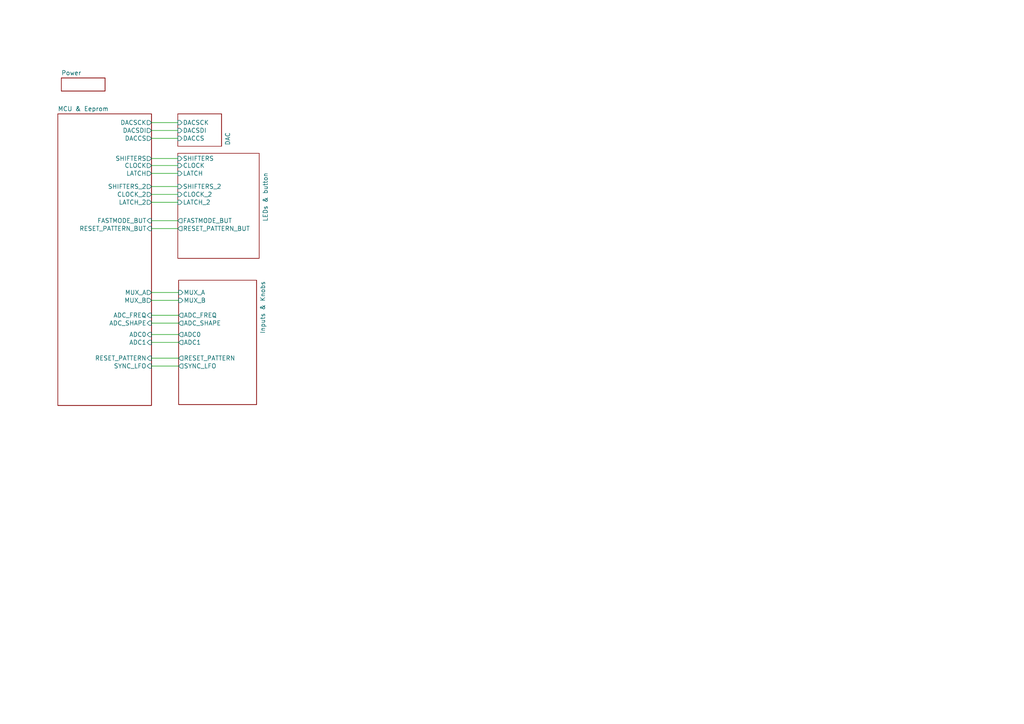
<source format=kicad_sch>
(kicad_sch (version 20211123) (generator eeschema)
  (paper "A4")
  (lib_symbols)
  (wire (pts (xy 43.942 37.846) (xy 51.562 37.846)))
  (wire (pts (xy 43.942 97.028) (xy 51.816 97.028)))
  (wire (pts (xy 43.942 56.388) (xy 51.562 56.388)))
  (wire (pts (xy 43.942 103.886) (xy 51.816 103.886)))
  (wire (pts (xy 43.942 91.44) (xy 51.816 91.44)))
  (wire (pts (xy 43.942 48.006) (xy 51.562 48.006)))
  (wire (pts (xy 43.942 66.294) (xy 51.562 66.294)))
  (wire (pts (xy 43.942 87.122) (xy 51.816 87.122)))
  (wire (pts (xy 43.942 58.674) (xy 51.562 58.674)))
  (wire (pts (xy 43.942 64.008) (xy 51.562 64.008)))
  (wire (pts (xy 43.942 99.314) (xy 51.816 99.314)))
  (wire (pts (xy 43.942 50.292) (xy 51.562 50.292)))
  (wire (pts (xy 43.942 45.974) (xy 51.562 45.974)))
  (wire (pts (xy 43.942 54.102) (xy 51.562 54.102)))
  (wire (pts (xy 43.942 93.726) (xy 51.816 93.726)))
  (wire (pts (xy 43.942 35.56) (xy 51.562 35.56)))
  (wire (pts (xy 43.942 106.172) (xy 51.816 106.172)))
  (wire (pts (xy 43.942 40.132) (xy 51.562 40.132)))
  (wire (pts (xy 43.942 84.836) (xy 51.816 84.836)))
  (sheet (at 51.562 44.45) (size 23.622 30.48)
    (property "Sheet name" "LEDs & button" (at 77.724 64.262 90) (effects (justify left bottom)))
    (property "Sheet file" "LEDs_&_button.kicad_sch" (effects hide))
    (pin "LATCH" input (at 51.562 50.292 180))
    (pin "CLOCK" input (at 51.562 48.006 180))
    (pin "SHIFTERS" input (at 51.562 45.974 180))
    (pin "RESET_PATTERN_BUT" output (at 51.562 66.294 180))
    (pin "FASTMODE_BUT" output (at 51.562 64.008 180))
    (pin "LATCH_2" input (at 51.562 58.674 180))
    (pin "CLOCK_2" input (at 51.562 56.388 180))
    (pin "SHIFTERS_2" input (at 51.562 54.102 180))
  )
  (sheet (at 16.764 33.02) (size 27.178 84.582)
    (property "Sheet name" "MCU & Eeprom" (at 16.764 32.3084 0) (effects (justify left bottom)))
    (property "Sheet file" "MCU_&_Eeprom.kicad_sch" (effects hide))
    (pin "DACSCK" output (at 43.942 35.56 0))
    (pin "DACCS" output (at 43.942 40.132 0))
    (pin "DACSDI" output (at 43.942 37.846 0))
    (pin "SHIFTERS_2" output (at 43.942 54.102 0))
    (pin "FASTMODE_BUT" input (at 43.942 64.008 0))
    (pin "CLOCK_2" output (at 43.942 56.388 0))
    (pin "SHIFTERS" output (at 43.942 45.974 0))
    (pin "LATCH_2" output (at 43.942 58.674 0))
    (pin "CLOCK" output (at 43.942 48.006 0))
    (pin "LATCH" output (at 43.942 50.292 0))
    (pin "RESET_PATTERN" input (at 43.942 103.886 0))
    (pin "RESET_PATTERN_BUT" input (at 43.942 66.294 0))
    (pin "SYNC_LFO" input (at 43.942 106.172 0))
    (pin "MUX_B" output (at 43.942 87.122 0))
    (pin "MUX_A" output (at 43.942 84.836 0))
    (pin "ADC1" input (at 43.942 99.314 0))
    (pin "ADC0" input (at 43.942 97.028 0))
    (pin "ADC_SHAPE" input (at 43.942 93.726 0))
    (pin "ADC_FREQ" input (at 43.942 91.44 0))
  )
  (sheet (at 51.562 33.02) (size 12.7 9.398)
    (property "Sheet name" "DAC" (at 66.802 42.164 90) (effects (justify left bottom)))
    (property "Sheet file" "DAC_&_Trigger_outs.kicad_sch" (effects hide))
    (pin "DACSCK" input (at 51.562 35.56 180))
    (pin "DACSDI" input (at 51.562 37.846 180))
    (pin "DACCS" input (at 51.562 40.132 180))
  )
  (sheet (at 51.816 81.28) (size 22.606 36.068)
    (property "Sheet name" "Inputs & Knobs" (at 76.962 96.774 90) (effects (justify left bottom)))
    (property "Sheet file" "Inputs_&_Knobs.kicad_sch" (effects hide))
    (pin "ADC_FREQ" output (at 51.816 91.44 180))
    (pin "ADC_SHAPE" output (at 51.816 93.726 180))
    (pin "ADC0" output (at 51.816 97.028 180))
    (pin "ADC1" output (at 51.816 99.314 180))
    (pin "MUX_A" input (at 51.816 84.836 180))
    (pin "MUX_B" input (at 51.816 87.122 180))
    (pin "RESET_PATTERN" output (at 51.816 103.886 180))
    (pin "SYNC_LFO" output (at 51.816 106.172 180))
  )
  (sheet (at 17.78 22.606) (size 12.7 3.81)
    (property "Sheet name" "Power" (at 17.78 21.8944 0) (effects (justify left bottom)))
    (property "Sheet file" "Power.kicad_sch" (effects hide))
  )
)
</source>
